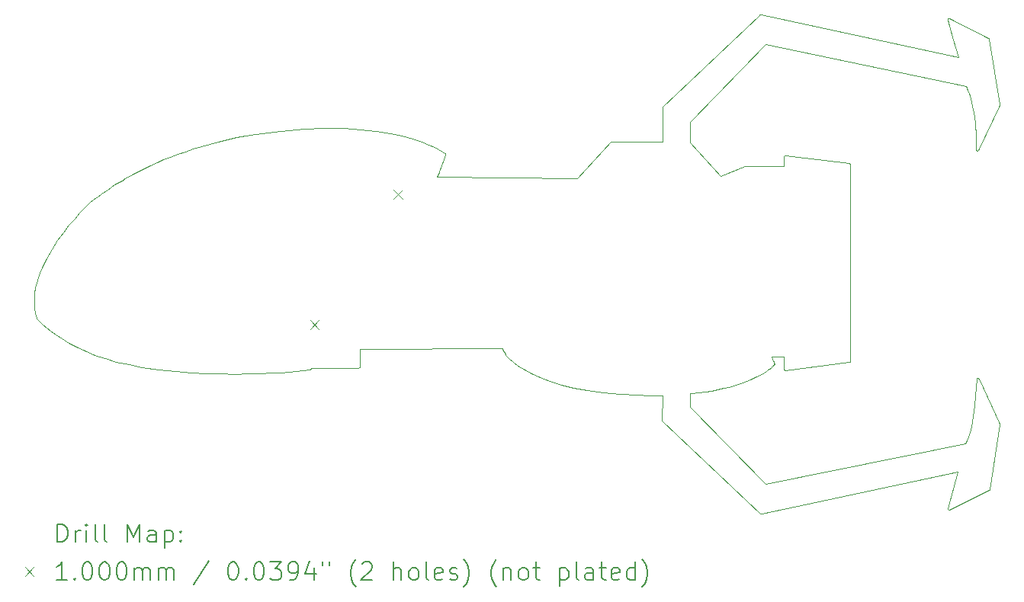
<source format=gbr>
%TF.GenerationSoftware,KiCad,Pcbnew,9.0.0*%
%TF.CreationDate,2025-04-01T15:35:04-07:00*%
%TF.ProjectId,portal-gun,706f7274-616c-42d6-9775-6e2e6b696361,rev?*%
%TF.SameCoordinates,Original*%
%TF.FileFunction,Drillmap*%
%TF.FilePolarity,Positive*%
%FSLAX45Y45*%
G04 Gerber Fmt 4.5, Leading zero omitted, Abs format (unit mm)*
G04 Created by KiCad (PCBNEW 9.0.0) date 2025-04-01 15:35:04*
%MOMM*%
%LPD*%
G01*
G04 APERTURE LIST*
%ADD10C,0.025400*%
%ADD11C,0.200000*%
%ADD12C,0.100000*%
G04 APERTURE END LIST*
D10*
X18646783Y-5423129D02*
X20840818Y-5890799D01*
X20783082Y-5696035D01*
X20783079Y-5696017D01*
X20783072Y-5696000D01*
X20739666Y-5548016D01*
X20739650Y-5547932D01*
X20739619Y-5547853D01*
X20720860Y-5480588D01*
X20720617Y-5479202D01*
X20720510Y-5478891D01*
X20720524Y-5478669D01*
X20720430Y-5478136D01*
X20720683Y-5476047D01*
X20720812Y-5473945D01*
X20720980Y-5473599D01*
X20721027Y-5473216D01*
X20722060Y-5471384D01*
X20722983Y-5469491D01*
X20723271Y-5469235D01*
X20723461Y-5468900D01*
X20725118Y-5467601D01*
X20726694Y-5466207D01*
X20727058Y-5466081D01*
X20727361Y-5465844D01*
X20729389Y-5465278D01*
X20731379Y-5464592D01*
X20731763Y-5464616D01*
X20732134Y-5464512D01*
X20734223Y-5464766D01*
X20736325Y-5464894D01*
X20736832Y-5465082D01*
X20737053Y-5465109D01*
X20737340Y-5465271D01*
X20738659Y-5465760D01*
X21176825Y-5679366D01*
X21178945Y-5680671D01*
X21179692Y-5681515D01*
X21180602Y-5682180D01*
X21181318Y-5683353D01*
X21182229Y-5684382D01*
X21182596Y-5685448D01*
X21183183Y-5686410D01*
X21183807Y-5688820D01*
X21297731Y-6417271D01*
X21297873Y-6419757D01*
X21297579Y-6420970D01*
X21297528Y-6422218D01*
X21296709Y-6424568D01*
X21064480Y-6926269D01*
X21063567Y-6927821D01*
X21063464Y-6928065D01*
X21063368Y-6928159D01*
X21063217Y-6928415D01*
X21061550Y-6929951D01*
X21059935Y-6931544D01*
X21059733Y-6931625D01*
X21059573Y-6931773D01*
X21057445Y-6932554D01*
X21055343Y-6933407D01*
X21055126Y-6933406D01*
X21054922Y-6933481D01*
X21052656Y-6933388D01*
X21050388Y-6933372D01*
X21050188Y-6933287D01*
X21049971Y-6933278D01*
X21047912Y-6932325D01*
X21045824Y-6931443D01*
X21045671Y-6931288D01*
X21045474Y-6931197D01*
X21043937Y-6929530D01*
X21042345Y-6927914D01*
X21042263Y-6927713D01*
X21042116Y-6927553D01*
X21041334Y-6925425D01*
X21040481Y-6923323D01*
X21040454Y-6923028D01*
X21040408Y-6922901D01*
X21040419Y-6922637D01*
X21040255Y-6920843D01*
X21040750Y-6851327D01*
X21038475Y-6773884D01*
X21035866Y-6727240D01*
X21031951Y-6676270D01*
X21026493Y-6621802D01*
X21019252Y-6564617D01*
X21009991Y-6505510D01*
X20998473Y-6445254D01*
X20984465Y-6384646D01*
X20967713Y-6324384D01*
X20958280Y-6294778D01*
X20948059Y-6265500D01*
X20937048Y-6236729D01*
X20927716Y-6214506D01*
X18698770Y-5749553D01*
X17862648Y-6610617D01*
X17862137Y-6845000D01*
X18200000Y-7217500D01*
X18475000Y-7107500D01*
X18487500Y-7105000D01*
X18902500Y-7107500D01*
X18902942Y-7001759D01*
X18903186Y-6999281D01*
X18903479Y-6998575D01*
X18903570Y-6997815D01*
X18904419Y-6996304D01*
X18905082Y-6994703D01*
X18905623Y-6994162D01*
X18905998Y-6993495D01*
X18907361Y-6992425D01*
X18908586Y-6991199D01*
X18909293Y-6990906D01*
X18909895Y-6990434D01*
X18911563Y-6989966D01*
X18913165Y-6989303D01*
X18913930Y-6989303D01*
X18914666Y-6989096D01*
X18917155Y-6989149D01*
X19629175Y-7074592D01*
X19629878Y-7074747D01*
X19630150Y-7074747D01*
X19630459Y-7074875D01*
X19631606Y-7075129D01*
X19633122Y-7075981D01*
X19634727Y-7076647D01*
X19635263Y-7077185D01*
X19635926Y-7077557D01*
X19637000Y-7078924D01*
X19638228Y-7080154D01*
X19638518Y-7080856D01*
X19638987Y-7081454D01*
X19639457Y-7083128D01*
X19640120Y-7084734D01*
X19640235Y-7085903D01*
X19640325Y-7086225D01*
X19640292Y-7086496D01*
X19640362Y-7087212D01*
X19638582Y-9273114D01*
X19638519Y-9273755D01*
X19638550Y-9274005D01*
X19638462Y-9274328D01*
X19638336Y-9275591D01*
X19637688Y-9277154D01*
X19637241Y-9278785D01*
X19636746Y-9279422D01*
X19636436Y-9280168D01*
X19635239Y-9281363D01*
X19634202Y-9282699D01*
X19633501Y-9283099D01*
X19632929Y-9283669D01*
X19631367Y-9284315D01*
X19629897Y-9285152D01*
X19628660Y-9285434D01*
X19628350Y-9285562D01*
X19628097Y-9285561D01*
X19627469Y-9285704D01*
X18920789Y-9374707D01*
X18918300Y-9374774D01*
X18917527Y-9374562D01*
X18916724Y-9374562D01*
X18915157Y-9373913D01*
X18913521Y-9373465D01*
X18912888Y-9372973D01*
X18912146Y-9372666D01*
X18910947Y-9371466D01*
X18909607Y-9370426D01*
X18909210Y-9369729D01*
X18908642Y-9369162D01*
X18907993Y-9367595D01*
X18907153Y-9366121D01*
X18907053Y-9365325D01*
X18906746Y-9364584D01*
X18906502Y-9362106D01*
X18906502Y-9223525D01*
X18767688Y-9223782D01*
X18789980Y-9269028D01*
X18790425Y-9270211D01*
X18790849Y-9271331D01*
X18798445Y-9299470D01*
X18798515Y-9299888D01*
X18798588Y-9300057D01*
X18798595Y-9300367D01*
X18798855Y-9301925D01*
X18798655Y-9303462D01*
X18798686Y-9305011D01*
X18798340Y-9305897D01*
X18798217Y-9306839D01*
X18797445Y-9308182D01*
X18796880Y-9309626D01*
X18795901Y-9310868D01*
X18795747Y-9311136D01*
X18795602Y-9311248D01*
X18795339Y-9311581D01*
X18780149Y-9327382D01*
X18779769Y-9327707D01*
X18779430Y-9328073D01*
X18759123Y-9346122D01*
X18758786Y-9346367D01*
X18758484Y-9346653D01*
X18728528Y-9369954D01*
X18728268Y-9370119D01*
X18728034Y-9370320D01*
X18709163Y-9383585D01*
X18708981Y-9383688D01*
X18708817Y-9383820D01*
X18687204Y-9397973D01*
X18687019Y-9398070D01*
X18686852Y-9398195D01*
X18662387Y-9413094D01*
X18662200Y-9413184D01*
X18662031Y-9413303D01*
X18634604Y-9428805D01*
X18634416Y-9428888D01*
X18634245Y-9429000D01*
X18603746Y-9444964D01*
X18603557Y-9445040D01*
X18603384Y-9445146D01*
X18569703Y-9461430D01*
X18569515Y-9461500D01*
X18569341Y-9461599D01*
X18532368Y-9478061D01*
X18532180Y-9478123D01*
X18532006Y-9478215D01*
X18491631Y-9494713D01*
X18491446Y-9494769D01*
X18491271Y-9494854D01*
X18447384Y-9511247D01*
X18447201Y-9511296D01*
X18447027Y-9511375D01*
X18399518Y-9527520D01*
X18399336Y-9527562D01*
X18399164Y-9527634D01*
X18347923Y-9543390D01*
X18347744Y-9543427D01*
X18347574Y-9543492D01*
X18292491Y-9558717D01*
X18292316Y-9558747D01*
X18292148Y-9558807D01*
X18233113Y-9573359D01*
X18232941Y-9573384D01*
X18232775Y-9573437D01*
X18169678Y-9587174D01*
X18169510Y-9587193D01*
X18169347Y-9587241D01*
X18102078Y-9600021D01*
X18101914Y-9600036D01*
X18101754Y-9600079D01*
X18030204Y-9611760D01*
X18030043Y-9611770D01*
X18029887Y-9611807D01*
X17953945Y-9622248D01*
X17953789Y-9622254D01*
X17953636Y-9622287D01*
X17873192Y-9631345D01*
X17873097Y-9631346D01*
X17873004Y-9631365D01*
X17863395Y-9632302D01*
X17862056Y-9702877D01*
X17861364Y-9759052D01*
X17861403Y-9777146D01*
X17861523Y-9779092D01*
X18698916Y-10635877D01*
X20922057Y-10186294D01*
X20928962Y-10173504D01*
X20938005Y-10153991D01*
X20954975Y-10109204D01*
X20970129Y-10058631D01*
X20983563Y-10003500D01*
X20995345Y-9945177D01*
X21005563Y-9885010D01*
X21014315Y-9824322D01*
X21021692Y-9764500D01*
X21032777Y-9652406D01*
X21039635Y-9559455D01*
X21044106Y-9472430D01*
X21044266Y-9471369D01*
X21044254Y-9471041D01*
X21044356Y-9470768D01*
X21044477Y-9469968D01*
X21045310Y-9468216D01*
X21045989Y-9466399D01*
X21046367Y-9465994D01*
X21046605Y-9465493D01*
X21048045Y-9464194D01*
X21049368Y-9462775D01*
X21049873Y-9462544D01*
X21050284Y-9462173D01*
X21052111Y-9461524D01*
X21053877Y-9460719D01*
X21054431Y-9460700D01*
X21054954Y-9460514D01*
X21056891Y-9460614D01*
X21058829Y-9460546D01*
X21059349Y-9460740D01*
X21059902Y-9460769D01*
X21061654Y-9461602D01*
X21063471Y-9462281D01*
X21063877Y-9462659D01*
X21064377Y-9462897D01*
X21065677Y-9464338D01*
X21067095Y-9465660D01*
X21067502Y-9466360D01*
X21067697Y-9466576D01*
X21067807Y-9466886D01*
X21068345Y-9467813D01*
X21297972Y-9971568D01*
X21298777Y-9973924D01*
X21298818Y-9975089D01*
X21299100Y-9976219D01*
X21298977Y-9978706D01*
X21192174Y-10696066D01*
X21191568Y-10698481D01*
X21190976Y-10699468D01*
X21190605Y-10700557D01*
X21189713Y-10701572D01*
X21189018Y-10702730D01*
X21188093Y-10703415D01*
X21187334Y-10704279D01*
X21185218Y-10705592D01*
X20743766Y-10922758D01*
X20742462Y-10923247D01*
X20742175Y-10923411D01*
X20741952Y-10923439D01*
X20741435Y-10923633D01*
X20739341Y-10923768D01*
X20737259Y-10924030D01*
X20736881Y-10923927D01*
X20736490Y-10923952D01*
X20734505Y-10923276D01*
X20732480Y-10922722D01*
X20732170Y-10922481D01*
X20731799Y-10922355D01*
X20730222Y-10920969D01*
X20728565Y-10919683D01*
X20728371Y-10919343D01*
X20728076Y-10919084D01*
X20727150Y-10917200D01*
X20726111Y-10915378D01*
X20726062Y-10914989D01*
X20725889Y-10914637D01*
X20725754Y-10912544D01*
X20725491Y-10910462D01*
X20725584Y-10909918D01*
X20725570Y-10909692D01*
X20725676Y-10909380D01*
X20725911Y-10908008D01*
X20837868Y-10499196D01*
X18654619Y-10970058D01*
X18652145Y-10970342D01*
X18650998Y-10970133D01*
X18649832Y-10970167D01*
X18648584Y-10969693D01*
X18647270Y-10969454D01*
X18646291Y-10968821D01*
X18645200Y-10968407D01*
X18643230Y-10966885D01*
X17557399Y-9943356D01*
X17555764Y-9941479D01*
X17555619Y-9941156D01*
X17555375Y-9940899D01*
X17554608Y-9938906D01*
X17553733Y-9936959D01*
X17553723Y-9936605D01*
X17553596Y-9936274D01*
X17553415Y-9933791D01*
X17560648Y-9649951D01*
X17503004Y-9650995D01*
X17502890Y-9650986D01*
X17502776Y-9650997D01*
X17398172Y-9651015D01*
X17398043Y-9651003D01*
X17397914Y-9651013D01*
X17288148Y-9648798D01*
X17287957Y-9648775D01*
X17287764Y-9648784D01*
X17082650Y-9638428D01*
X17082378Y-9638387D01*
X17082103Y-9638389D01*
X16894709Y-9620798D01*
X16894422Y-9620742D01*
X16894129Y-9620730D01*
X16723836Y-9596800D01*
X16723533Y-9596727D01*
X16723221Y-9596699D01*
X16569411Y-9567325D01*
X16569090Y-9567231D01*
X16568760Y-9567183D01*
X16430813Y-9533261D01*
X16430477Y-9533142D01*
X16430127Y-9533072D01*
X16307423Y-9495497D01*
X16307071Y-9495350D01*
X16306701Y-9495252D01*
X16198622Y-9454919D01*
X16198253Y-9454738D01*
X16197865Y-9454608D01*
X16103791Y-9412413D01*
X16103407Y-9412193D01*
X16102998Y-9412024D01*
X16022311Y-9368861D01*
X16021911Y-9368594D01*
X16021481Y-9368376D01*
X15953561Y-9325142D01*
X15953145Y-9324815D01*
X15952694Y-9324537D01*
X15896921Y-9282127D01*
X15896486Y-9281722D01*
X15896011Y-9281365D01*
X15851768Y-9240673D01*
X15851310Y-9240161D01*
X15850809Y-9239691D01*
X15817475Y-9201613D01*
X15816991Y-9200936D01*
X15816464Y-9200292D01*
X15793421Y-9165723D01*
X15793377Y-9165641D01*
X15793345Y-9165608D01*
X15792803Y-9164565D01*
X15792249Y-9163527D01*
X15792241Y-9163482D01*
X15792197Y-9163399D01*
X15779449Y-9131549D01*
X14196634Y-9138536D01*
X14196634Y-9332447D01*
X14196411Y-9334718D01*
X14196412Y-9334816D01*
X14196398Y-9334851D01*
X14196390Y-9334925D01*
X14195466Y-9337158D01*
X14194555Y-9339411D01*
X14194516Y-9339451D01*
X14194494Y-9339503D01*
X14192785Y-9341213D01*
X14191082Y-9342945D01*
X14191030Y-9342967D01*
X14190990Y-9343007D01*
X14188755Y-9343933D01*
X14186521Y-9344881D01*
X14186446Y-9344889D01*
X14186412Y-9344903D01*
X14186315Y-9344903D01*
X14184045Y-9345147D01*
X13656648Y-9349747D01*
X13644227Y-9363304D01*
X13643265Y-9364167D01*
X13643057Y-9364429D01*
X13642840Y-9364548D01*
X13642374Y-9364966D01*
X13640515Y-9365833D01*
X13638719Y-9366826D01*
X13638108Y-9366956D01*
X13637883Y-9367061D01*
X13637548Y-9367076D01*
X13636285Y-9367345D01*
X13489172Y-9383917D01*
X13488966Y-9383920D01*
X13488764Y-9383956D01*
X13316515Y-9397746D01*
X13316376Y-9397743D01*
X13316239Y-9397765D01*
X13208837Y-9404016D01*
X13208735Y-9404012D01*
X13208632Y-9404026D01*
X13088339Y-9409079D01*
X13088230Y-9409073D01*
X13088121Y-9409086D01*
X12955906Y-9412364D01*
X12955789Y-9412355D01*
X12955673Y-9412367D01*
X12812508Y-9413292D01*
X12812384Y-9413281D01*
X12812259Y-9413291D01*
X12659113Y-9411287D01*
X12658981Y-9411272D01*
X12658848Y-9411280D01*
X12496691Y-9405769D01*
X12496550Y-9405750D01*
X12496407Y-9405756D01*
X12326210Y-9396161D01*
X12326059Y-9396137D01*
X12325906Y-9396140D01*
X12148639Y-9381884D01*
X12148478Y-9381855D01*
X12148314Y-9381854D01*
X11964946Y-9362361D01*
X11964774Y-9362325D01*
X11964599Y-9362319D01*
X11776101Y-9337011D01*
X11775843Y-9336950D01*
X11775580Y-9336930D01*
X11628568Y-9310946D01*
X11628232Y-9310852D01*
X11627888Y-9310807D01*
X11491622Y-9278960D01*
X11491295Y-9278848D01*
X11490955Y-9278785D01*
X11365261Y-9242113D01*
X11364945Y-9241986D01*
X11364613Y-9241905D01*
X11249317Y-9201451D01*
X11249014Y-9201310D01*
X11248693Y-9201214D01*
X11143621Y-9158016D01*
X11143332Y-9157863D01*
X11143025Y-9157753D01*
X11048003Y-9112853D01*
X11047731Y-9112690D01*
X11047437Y-9112569D01*
X10962291Y-9067007D01*
X10962036Y-9066836D01*
X10961758Y-9066705D01*
X10886314Y-9021522D01*
X10886076Y-9021346D01*
X10885814Y-9021207D01*
X10819898Y-8977443D01*
X10819678Y-8977264D01*
X10819433Y-8977120D01*
X10762870Y-8935815D01*
X10762579Y-8935555D01*
X10762256Y-8935337D01*
X10676495Y-8864269D01*
X10676081Y-8863850D01*
X10675625Y-8863477D01*
X10608688Y-8796634D01*
X10607107Y-8794711D01*
X10606779Y-8793921D01*
X10606260Y-8793242D01*
X10605388Y-8790910D01*
X10591093Y-8737132D01*
X10590995Y-8736531D01*
X10590837Y-8735944D01*
X10581831Y-8681538D01*
X10581793Y-8680963D01*
X10581694Y-8680395D01*
X10577659Y-8625516D01*
X10577673Y-8624978D01*
X10577626Y-8624442D01*
X10577629Y-8624189D01*
X10578245Y-8569241D01*
X10578300Y-8568747D01*
X10578295Y-8568251D01*
X10583252Y-8512882D01*
X10583336Y-8512436D01*
X10583365Y-8511983D01*
X10592342Y-8456599D01*
X10592448Y-8456199D01*
X10592500Y-8455790D01*
X10605180Y-8400544D01*
X10605299Y-8400189D01*
X10605368Y-8399822D01*
X10621435Y-8344867D01*
X10621561Y-8344553D01*
X10621641Y-8344224D01*
X10640776Y-8289714D01*
X10640906Y-8289437D01*
X10640992Y-8289144D01*
X10662880Y-8235231D01*
X10663066Y-8234876D01*
X10663204Y-8234499D01*
X10713967Y-8129079D01*
X10714203Y-8128691D01*
X10714389Y-8128276D01*
X10772355Y-8027083D01*
X10772573Y-8026776D01*
X10772747Y-8026443D01*
X10835380Y-7930702D01*
X10835577Y-7930457D01*
X10835736Y-7930185D01*
X10900500Y-7841121D01*
X10900677Y-7840922D01*
X10900820Y-7840699D01*
X10965178Y-7759536D01*
X10965335Y-7759373D01*
X10965465Y-7759187D01*
X11026880Y-7687150D01*
X11027021Y-7687015D01*
X11027137Y-7686859D01*
X11083073Y-7625173D01*
X11083294Y-7624973D01*
X11083482Y-7624743D01*
X11201713Y-7506007D01*
X11202197Y-7505608D01*
X11202640Y-7505164D01*
X11233294Y-7479922D01*
X11233454Y-7479814D01*
X11233595Y-7479682D01*
X11271573Y-7450294D01*
X11271716Y-7450204D01*
X11271843Y-7450091D01*
X11324620Y-7411450D01*
X11324775Y-7411359D01*
X11324912Y-7411242D01*
X11392263Y-7364792D01*
X11392429Y-7364700D01*
X11392578Y-7364582D01*
X11474276Y-7311766D01*
X11474455Y-7311674D01*
X11474616Y-7311553D01*
X11570435Y-7253816D01*
X11570627Y-7253724D01*
X11570802Y-7253603D01*
X11680515Y-7192387D01*
X11680720Y-7192297D01*
X11680909Y-7192175D01*
X11804291Y-7128924D01*
X11804454Y-7128860D01*
X11804603Y-7128770D01*
X11871349Y-7096832D01*
X11871463Y-7096791D01*
X11871569Y-7096729D01*
X11941647Y-7064824D01*
X11941765Y-7064784D01*
X11941874Y-7064724D01*
X12015257Y-7033032D01*
X12015379Y-7032993D01*
X12015491Y-7032933D01*
X12092150Y-7001635D01*
X12092275Y-7001597D01*
X12092392Y-7001539D01*
X12172298Y-6970814D01*
X12172427Y-6970778D01*
X12172548Y-6970721D01*
X12255674Y-6940751D01*
X12255807Y-6940717D01*
X12255932Y-6940661D01*
X12342248Y-6911625D01*
X12342385Y-6911594D01*
X12342514Y-6911539D01*
X12431993Y-6883619D01*
X12432133Y-6883590D01*
X12432267Y-6883537D01*
X12524880Y-6856913D01*
X12525024Y-6856887D01*
X12525162Y-6856835D01*
X12620882Y-6831687D01*
X12621030Y-6831664D01*
X12621171Y-6831615D01*
X12719968Y-6808124D01*
X12720119Y-6808103D01*
X12720265Y-6808057D01*
X12822112Y-6786403D01*
X12822267Y-6786386D01*
X12822416Y-6786342D01*
X12927284Y-6766706D01*
X12927441Y-6766692D01*
X12927595Y-6766651D01*
X13035456Y-6749213D01*
X13035668Y-6749200D01*
X13035874Y-6749152D01*
X13313350Y-6713703D01*
X13313626Y-6713695D01*
X13313898Y-6713645D01*
X13568852Y-6692250D01*
X13569140Y-6692254D01*
X13569426Y-6692215D01*
X13802495Y-6683250D01*
X13802795Y-6683268D01*
X13803094Y-6683241D01*
X14014916Y-6685084D01*
X14015225Y-6685117D01*
X14015536Y-6685104D01*
X14206749Y-6696130D01*
X14207066Y-6696180D01*
X14207388Y-6696183D01*
X14378629Y-6714769D01*
X14378952Y-6714836D01*
X14379282Y-6714857D01*
X14531188Y-6739378D01*
X14531515Y-6739465D01*
X14531851Y-6739503D01*
X14665060Y-6768337D01*
X14665387Y-6768442D01*
X14665727Y-6768500D01*
X14780876Y-6800023D01*
X14781201Y-6800147D01*
X14781540Y-6800224D01*
X14879268Y-6832811D01*
X14879588Y-6832954D01*
X14879924Y-6833050D01*
X14960867Y-6865079D01*
X14961177Y-6865238D01*
X14961508Y-6865352D01*
X15026305Y-6895199D01*
X15026726Y-6895445D01*
X15027174Y-6895640D01*
X15110878Y-6942290D01*
X15111373Y-6942634D01*
X15111899Y-6942925D01*
X15138667Y-6961361D01*
X15140569Y-6962968D01*
X15140927Y-6963520D01*
X15141428Y-6963947D01*
X15142265Y-6965584D01*
X15143264Y-6967126D01*
X15143383Y-6967774D01*
X15143683Y-6968360D01*
X15143829Y-6970193D01*
X15144162Y-6972000D01*
X15144024Y-6972643D01*
X15144077Y-6973300D01*
X15143546Y-6975732D01*
X15127355Y-7025745D01*
X15127252Y-7025981D01*
X15127187Y-7026231D01*
X15074503Y-7168968D01*
X15074419Y-7169142D01*
X15074364Y-7169329D01*
X15052342Y-7223824D01*
X16607854Y-7237547D01*
X16980648Y-6834759D01*
X16982510Y-6833107D01*
X16982737Y-6833002D01*
X16982913Y-6832826D01*
X16984980Y-6831970D01*
X16987011Y-6831035D01*
X16987261Y-6831025D01*
X16987491Y-6830930D01*
X16989969Y-6830686D01*
X17560011Y-6830686D01*
X17556834Y-6456586D01*
X17557057Y-6454106D01*
X17557139Y-6453902D01*
X17557145Y-6453682D01*
X17558065Y-6451612D01*
X17558914Y-6449512D01*
X17559068Y-6449355D01*
X17559158Y-6449154D01*
X17560786Y-6447270D01*
X18635388Y-5426343D01*
X18637353Y-5424814D01*
X18638450Y-5424392D01*
X18639436Y-5423752D01*
X18640740Y-5423511D01*
X18641978Y-5423035D01*
X18643153Y-5423065D01*
X18644309Y-5422852D01*
X18646783Y-5423129D01*
D11*
D12*
X13642500Y-8817500D02*
X13742500Y-8917500D01*
X13742500Y-8817500D02*
X13642500Y-8917500D01*
X14572500Y-7367500D02*
X14672500Y-7467500D01*
X14672500Y-7367500D02*
X14572500Y-7467500D01*
D11*
X10837133Y-11283096D02*
X10837133Y-11083096D01*
X10837133Y-11083096D02*
X10884752Y-11083096D01*
X10884752Y-11083096D02*
X10913323Y-11092620D01*
X10913323Y-11092620D02*
X10932371Y-11111667D01*
X10932371Y-11111667D02*
X10941895Y-11130715D01*
X10941895Y-11130715D02*
X10951419Y-11168810D01*
X10951419Y-11168810D02*
X10951419Y-11197382D01*
X10951419Y-11197382D02*
X10941895Y-11235477D01*
X10941895Y-11235477D02*
X10932371Y-11254524D01*
X10932371Y-11254524D02*
X10913323Y-11273572D01*
X10913323Y-11273572D02*
X10884752Y-11283096D01*
X10884752Y-11283096D02*
X10837133Y-11283096D01*
X11037133Y-11283096D02*
X11037133Y-11149763D01*
X11037133Y-11187858D02*
X11046657Y-11168810D01*
X11046657Y-11168810D02*
X11056180Y-11159286D01*
X11056180Y-11159286D02*
X11075228Y-11149763D01*
X11075228Y-11149763D02*
X11094276Y-11149763D01*
X11160942Y-11283096D02*
X11160942Y-11149763D01*
X11160942Y-11083096D02*
X11151419Y-11092620D01*
X11151419Y-11092620D02*
X11160942Y-11102144D01*
X11160942Y-11102144D02*
X11170466Y-11092620D01*
X11170466Y-11092620D02*
X11160942Y-11083096D01*
X11160942Y-11083096D02*
X11160942Y-11102144D01*
X11284752Y-11283096D02*
X11265704Y-11273572D01*
X11265704Y-11273572D02*
X11256180Y-11254524D01*
X11256180Y-11254524D02*
X11256180Y-11083096D01*
X11389514Y-11283096D02*
X11370466Y-11273572D01*
X11370466Y-11273572D02*
X11360942Y-11254524D01*
X11360942Y-11254524D02*
X11360942Y-11083096D01*
X11618085Y-11283096D02*
X11618085Y-11083096D01*
X11618085Y-11083096D02*
X11684752Y-11225953D01*
X11684752Y-11225953D02*
X11751418Y-11083096D01*
X11751418Y-11083096D02*
X11751418Y-11283096D01*
X11932371Y-11283096D02*
X11932371Y-11178334D01*
X11932371Y-11178334D02*
X11922847Y-11159286D01*
X11922847Y-11159286D02*
X11903799Y-11149763D01*
X11903799Y-11149763D02*
X11865704Y-11149763D01*
X11865704Y-11149763D02*
X11846657Y-11159286D01*
X11932371Y-11273572D02*
X11913323Y-11283096D01*
X11913323Y-11283096D02*
X11865704Y-11283096D01*
X11865704Y-11283096D02*
X11846657Y-11273572D01*
X11846657Y-11273572D02*
X11837133Y-11254524D01*
X11837133Y-11254524D02*
X11837133Y-11235477D01*
X11837133Y-11235477D02*
X11846657Y-11216429D01*
X11846657Y-11216429D02*
X11865704Y-11206905D01*
X11865704Y-11206905D02*
X11913323Y-11206905D01*
X11913323Y-11206905D02*
X11932371Y-11197382D01*
X12027609Y-11149763D02*
X12027609Y-11349762D01*
X12027609Y-11159286D02*
X12046657Y-11149763D01*
X12046657Y-11149763D02*
X12084752Y-11149763D01*
X12084752Y-11149763D02*
X12103799Y-11159286D01*
X12103799Y-11159286D02*
X12113323Y-11168810D01*
X12113323Y-11168810D02*
X12122847Y-11187858D01*
X12122847Y-11187858D02*
X12122847Y-11245001D01*
X12122847Y-11245001D02*
X12113323Y-11264048D01*
X12113323Y-11264048D02*
X12103799Y-11273572D01*
X12103799Y-11273572D02*
X12084752Y-11283096D01*
X12084752Y-11283096D02*
X12046657Y-11283096D01*
X12046657Y-11283096D02*
X12027609Y-11273572D01*
X12208561Y-11264048D02*
X12218085Y-11273572D01*
X12218085Y-11273572D02*
X12208561Y-11283096D01*
X12208561Y-11283096D02*
X12199038Y-11273572D01*
X12199038Y-11273572D02*
X12208561Y-11264048D01*
X12208561Y-11264048D02*
X12208561Y-11283096D01*
X12208561Y-11159286D02*
X12218085Y-11168810D01*
X12218085Y-11168810D02*
X12208561Y-11178334D01*
X12208561Y-11178334D02*
X12199038Y-11168810D01*
X12199038Y-11168810D02*
X12208561Y-11159286D01*
X12208561Y-11159286D02*
X12208561Y-11178334D01*
D12*
X10476356Y-11561612D02*
X10576356Y-11661612D01*
X10576356Y-11561612D02*
X10476356Y-11661612D01*
D11*
X10941895Y-11703096D02*
X10827609Y-11703096D01*
X10884752Y-11703096D02*
X10884752Y-11503096D01*
X10884752Y-11503096D02*
X10865704Y-11531667D01*
X10865704Y-11531667D02*
X10846657Y-11550715D01*
X10846657Y-11550715D02*
X10827609Y-11560239D01*
X11027609Y-11684048D02*
X11037133Y-11693572D01*
X11037133Y-11693572D02*
X11027609Y-11703096D01*
X11027609Y-11703096D02*
X11018085Y-11693572D01*
X11018085Y-11693572D02*
X11027609Y-11684048D01*
X11027609Y-11684048D02*
X11027609Y-11703096D01*
X11160942Y-11503096D02*
X11179990Y-11503096D01*
X11179990Y-11503096D02*
X11199038Y-11512620D01*
X11199038Y-11512620D02*
X11208561Y-11522143D01*
X11208561Y-11522143D02*
X11218085Y-11541191D01*
X11218085Y-11541191D02*
X11227609Y-11579286D01*
X11227609Y-11579286D02*
X11227609Y-11626905D01*
X11227609Y-11626905D02*
X11218085Y-11665001D01*
X11218085Y-11665001D02*
X11208561Y-11684048D01*
X11208561Y-11684048D02*
X11199038Y-11693572D01*
X11199038Y-11693572D02*
X11179990Y-11703096D01*
X11179990Y-11703096D02*
X11160942Y-11703096D01*
X11160942Y-11703096D02*
X11141895Y-11693572D01*
X11141895Y-11693572D02*
X11132371Y-11684048D01*
X11132371Y-11684048D02*
X11122847Y-11665001D01*
X11122847Y-11665001D02*
X11113323Y-11626905D01*
X11113323Y-11626905D02*
X11113323Y-11579286D01*
X11113323Y-11579286D02*
X11122847Y-11541191D01*
X11122847Y-11541191D02*
X11132371Y-11522143D01*
X11132371Y-11522143D02*
X11141895Y-11512620D01*
X11141895Y-11512620D02*
X11160942Y-11503096D01*
X11351418Y-11503096D02*
X11370466Y-11503096D01*
X11370466Y-11503096D02*
X11389514Y-11512620D01*
X11389514Y-11512620D02*
X11399038Y-11522143D01*
X11399038Y-11522143D02*
X11408561Y-11541191D01*
X11408561Y-11541191D02*
X11418085Y-11579286D01*
X11418085Y-11579286D02*
X11418085Y-11626905D01*
X11418085Y-11626905D02*
X11408561Y-11665001D01*
X11408561Y-11665001D02*
X11399038Y-11684048D01*
X11399038Y-11684048D02*
X11389514Y-11693572D01*
X11389514Y-11693572D02*
X11370466Y-11703096D01*
X11370466Y-11703096D02*
X11351418Y-11703096D01*
X11351418Y-11703096D02*
X11332371Y-11693572D01*
X11332371Y-11693572D02*
X11322847Y-11684048D01*
X11322847Y-11684048D02*
X11313323Y-11665001D01*
X11313323Y-11665001D02*
X11303799Y-11626905D01*
X11303799Y-11626905D02*
X11303799Y-11579286D01*
X11303799Y-11579286D02*
X11313323Y-11541191D01*
X11313323Y-11541191D02*
X11322847Y-11522143D01*
X11322847Y-11522143D02*
X11332371Y-11512620D01*
X11332371Y-11512620D02*
X11351418Y-11503096D01*
X11541895Y-11503096D02*
X11560942Y-11503096D01*
X11560942Y-11503096D02*
X11579990Y-11512620D01*
X11579990Y-11512620D02*
X11589514Y-11522143D01*
X11589514Y-11522143D02*
X11599038Y-11541191D01*
X11599038Y-11541191D02*
X11608561Y-11579286D01*
X11608561Y-11579286D02*
X11608561Y-11626905D01*
X11608561Y-11626905D02*
X11599038Y-11665001D01*
X11599038Y-11665001D02*
X11589514Y-11684048D01*
X11589514Y-11684048D02*
X11579990Y-11693572D01*
X11579990Y-11693572D02*
X11560942Y-11703096D01*
X11560942Y-11703096D02*
X11541895Y-11703096D01*
X11541895Y-11703096D02*
X11522847Y-11693572D01*
X11522847Y-11693572D02*
X11513323Y-11684048D01*
X11513323Y-11684048D02*
X11503799Y-11665001D01*
X11503799Y-11665001D02*
X11494276Y-11626905D01*
X11494276Y-11626905D02*
X11494276Y-11579286D01*
X11494276Y-11579286D02*
X11503799Y-11541191D01*
X11503799Y-11541191D02*
X11513323Y-11522143D01*
X11513323Y-11522143D02*
X11522847Y-11512620D01*
X11522847Y-11512620D02*
X11541895Y-11503096D01*
X11694276Y-11703096D02*
X11694276Y-11569762D01*
X11694276Y-11588810D02*
X11703799Y-11579286D01*
X11703799Y-11579286D02*
X11722847Y-11569762D01*
X11722847Y-11569762D02*
X11751419Y-11569762D01*
X11751419Y-11569762D02*
X11770466Y-11579286D01*
X11770466Y-11579286D02*
X11779990Y-11598334D01*
X11779990Y-11598334D02*
X11779990Y-11703096D01*
X11779990Y-11598334D02*
X11789514Y-11579286D01*
X11789514Y-11579286D02*
X11808561Y-11569762D01*
X11808561Y-11569762D02*
X11837133Y-11569762D01*
X11837133Y-11569762D02*
X11856180Y-11579286D01*
X11856180Y-11579286D02*
X11865704Y-11598334D01*
X11865704Y-11598334D02*
X11865704Y-11703096D01*
X11960942Y-11703096D02*
X11960942Y-11569762D01*
X11960942Y-11588810D02*
X11970466Y-11579286D01*
X11970466Y-11579286D02*
X11989514Y-11569762D01*
X11989514Y-11569762D02*
X12018085Y-11569762D01*
X12018085Y-11569762D02*
X12037133Y-11579286D01*
X12037133Y-11579286D02*
X12046657Y-11598334D01*
X12046657Y-11598334D02*
X12046657Y-11703096D01*
X12046657Y-11598334D02*
X12056180Y-11579286D01*
X12056180Y-11579286D02*
X12075228Y-11569762D01*
X12075228Y-11569762D02*
X12103799Y-11569762D01*
X12103799Y-11569762D02*
X12122847Y-11579286D01*
X12122847Y-11579286D02*
X12132371Y-11598334D01*
X12132371Y-11598334D02*
X12132371Y-11703096D01*
X12522847Y-11493572D02*
X12351419Y-11750715D01*
X12779990Y-11503096D02*
X12799038Y-11503096D01*
X12799038Y-11503096D02*
X12818085Y-11512620D01*
X12818085Y-11512620D02*
X12827609Y-11522143D01*
X12827609Y-11522143D02*
X12837133Y-11541191D01*
X12837133Y-11541191D02*
X12846657Y-11579286D01*
X12846657Y-11579286D02*
X12846657Y-11626905D01*
X12846657Y-11626905D02*
X12837133Y-11665001D01*
X12837133Y-11665001D02*
X12827609Y-11684048D01*
X12827609Y-11684048D02*
X12818085Y-11693572D01*
X12818085Y-11693572D02*
X12799038Y-11703096D01*
X12799038Y-11703096D02*
X12779990Y-11703096D01*
X12779990Y-11703096D02*
X12760942Y-11693572D01*
X12760942Y-11693572D02*
X12751419Y-11684048D01*
X12751419Y-11684048D02*
X12741895Y-11665001D01*
X12741895Y-11665001D02*
X12732371Y-11626905D01*
X12732371Y-11626905D02*
X12732371Y-11579286D01*
X12732371Y-11579286D02*
X12741895Y-11541191D01*
X12741895Y-11541191D02*
X12751419Y-11522143D01*
X12751419Y-11522143D02*
X12760942Y-11512620D01*
X12760942Y-11512620D02*
X12779990Y-11503096D01*
X12932371Y-11684048D02*
X12941895Y-11693572D01*
X12941895Y-11693572D02*
X12932371Y-11703096D01*
X12932371Y-11703096D02*
X12922847Y-11693572D01*
X12922847Y-11693572D02*
X12932371Y-11684048D01*
X12932371Y-11684048D02*
X12932371Y-11703096D01*
X13065704Y-11503096D02*
X13084752Y-11503096D01*
X13084752Y-11503096D02*
X13103800Y-11512620D01*
X13103800Y-11512620D02*
X13113323Y-11522143D01*
X13113323Y-11522143D02*
X13122847Y-11541191D01*
X13122847Y-11541191D02*
X13132371Y-11579286D01*
X13132371Y-11579286D02*
X13132371Y-11626905D01*
X13132371Y-11626905D02*
X13122847Y-11665001D01*
X13122847Y-11665001D02*
X13113323Y-11684048D01*
X13113323Y-11684048D02*
X13103800Y-11693572D01*
X13103800Y-11693572D02*
X13084752Y-11703096D01*
X13084752Y-11703096D02*
X13065704Y-11703096D01*
X13065704Y-11703096D02*
X13046657Y-11693572D01*
X13046657Y-11693572D02*
X13037133Y-11684048D01*
X13037133Y-11684048D02*
X13027609Y-11665001D01*
X13027609Y-11665001D02*
X13018085Y-11626905D01*
X13018085Y-11626905D02*
X13018085Y-11579286D01*
X13018085Y-11579286D02*
X13027609Y-11541191D01*
X13027609Y-11541191D02*
X13037133Y-11522143D01*
X13037133Y-11522143D02*
X13046657Y-11512620D01*
X13046657Y-11512620D02*
X13065704Y-11503096D01*
X13199038Y-11503096D02*
X13322847Y-11503096D01*
X13322847Y-11503096D02*
X13256181Y-11579286D01*
X13256181Y-11579286D02*
X13284752Y-11579286D01*
X13284752Y-11579286D02*
X13303800Y-11588810D01*
X13303800Y-11588810D02*
X13313323Y-11598334D01*
X13313323Y-11598334D02*
X13322847Y-11617382D01*
X13322847Y-11617382D02*
X13322847Y-11665001D01*
X13322847Y-11665001D02*
X13313323Y-11684048D01*
X13313323Y-11684048D02*
X13303800Y-11693572D01*
X13303800Y-11693572D02*
X13284752Y-11703096D01*
X13284752Y-11703096D02*
X13227609Y-11703096D01*
X13227609Y-11703096D02*
X13208562Y-11693572D01*
X13208562Y-11693572D02*
X13199038Y-11684048D01*
X13418085Y-11703096D02*
X13456181Y-11703096D01*
X13456181Y-11703096D02*
X13475228Y-11693572D01*
X13475228Y-11693572D02*
X13484752Y-11684048D01*
X13484752Y-11684048D02*
X13503800Y-11655477D01*
X13503800Y-11655477D02*
X13513323Y-11617382D01*
X13513323Y-11617382D02*
X13513323Y-11541191D01*
X13513323Y-11541191D02*
X13503800Y-11522143D01*
X13503800Y-11522143D02*
X13494276Y-11512620D01*
X13494276Y-11512620D02*
X13475228Y-11503096D01*
X13475228Y-11503096D02*
X13437133Y-11503096D01*
X13437133Y-11503096D02*
X13418085Y-11512620D01*
X13418085Y-11512620D02*
X13408562Y-11522143D01*
X13408562Y-11522143D02*
X13399038Y-11541191D01*
X13399038Y-11541191D02*
X13399038Y-11588810D01*
X13399038Y-11588810D02*
X13408562Y-11607858D01*
X13408562Y-11607858D02*
X13418085Y-11617382D01*
X13418085Y-11617382D02*
X13437133Y-11626905D01*
X13437133Y-11626905D02*
X13475228Y-11626905D01*
X13475228Y-11626905D02*
X13494276Y-11617382D01*
X13494276Y-11617382D02*
X13503800Y-11607858D01*
X13503800Y-11607858D02*
X13513323Y-11588810D01*
X13684752Y-11569762D02*
X13684752Y-11703096D01*
X13637133Y-11493572D02*
X13589514Y-11636429D01*
X13589514Y-11636429D02*
X13713323Y-11636429D01*
X13779990Y-11503096D02*
X13779990Y-11541191D01*
X13856181Y-11503096D02*
X13856181Y-11541191D01*
X14151419Y-11779286D02*
X14141895Y-11769762D01*
X14141895Y-11769762D02*
X14122847Y-11741191D01*
X14122847Y-11741191D02*
X14113324Y-11722143D01*
X14113324Y-11722143D02*
X14103800Y-11693572D01*
X14103800Y-11693572D02*
X14094276Y-11645953D01*
X14094276Y-11645953D02*
X14094276Y-11607858D01*
X14094276Y-11607858D02*
X14103800Y-11560239D01*
X14103800Y-11560239D02*
X14113324Y-11531667D01*
X14113324Y-11531667D02*
X14122847Y-11512620D01*
X14122847Y-11512620D02*
X14141895Y-11484048D01*
X14141895Y-11484048D02*
X14151419Y-11474524D01*
X14218085Y-11522143D02*
X14227609Y-11512620D01*
X14227609Y-11512620D02*
X14246657Y-11503096D01*
X14246657Y-11503096D02*
X14294276Y-11503096D01*
X14294276Y-11503096D02*
X14313324Y-11512620D01*
X14313324Y-11512620D02*
X14322847Y-11522143D01*
X14322847Y-11522143D02*
X14332371Y-11541191D01*
X14332371Y-11541191D02*
X14332371Y-11560239D01*
X14332371Y-11560239D02*
X14322847Y-11588810D01*
X14322847Y-11588810D02*
X14208562Y-11703096D01*
X14208562Y-11703096D02*
X14332371Y-11703096D01*
X14570466Y-11703096D02*
X14570466Y-11503096D01*
X14656181Y-11703096D02*
X14656181Y-11598334D01*
X14656181Y-11598334D02*
X14646657Y-11579286D01*
X14646657Y-11579286D02*
X14627609Y-11569762D01*
X14627609Y-11569762D02*
X14599038Y-11569762D01*
X14599038Y-11569762D02*
X14579990Y-11579286D01*
X14579990Y-11579286D02*
X14570466Y-11588810D01*
X14779990Y-11703096D02*
X14760943Y-11693572D01*
X14760943Y-11693572D02*
X14751419Y-11684048D01*
X14751419Y-11684048D02*
X14741895Y-11665001D01*
X14741895Y-11665001D02*
X14741895Y-11607858D01*
X14741895Y-11607858D02*
X14751419Y-11588810D01*
X14751419Y-11588810D02*
X14760943Y-11579286D01*
X14760943Y-11579286D02*
X14779990Y-11569762D01*
X14779990Y-11569762D02*
X14808562Y-11569762D01*
X14808562Y-11569762D02*
X14827609Y-11579286D01*
X14827609Y-11579286D02*
X14837133Y-11588810D01*
X14837133Y-11588810D02*
X14846657Y-11607858D01*
X14846657Y-11607858D02*
X14846657Y-11665001D01*
X14846657Y-11665001D02*
X14837133Y-11684048D01*
X14837133Y-11684048D02*
X14827609Y-11693572D01*
X14827609Y-11693572D02*
X14808562Y-11703096D01*
X14808562Y-11703096D02*
X14779990Y-11703096D01*
X14960943Y-11703096D02*
X14941895Y-11693572D01*
X14941895Y-11693572D02*
X14932371Y-11674524D01*
X14932371Y-11674524D02*
X14932371Y-11503096D01*
X15113324Y-11693572D02*
X15094276Y-11703096D01*
X15094276Y-11703096D02*
X15056181Y-11703096D01*
X15056181Y-11703096D02*
X15037133Y-11693572D01*
X15037133Y-11693572D02*
X15027609Y-11674524D01*
X15027609Y-11674524D02*
X15027609Y-11598334D01*
X15027609Y-11598334D02*
X15037133Y-11579286D01*
X15037133Y-11579286D02*
X15056181Y-11569762D01*
X15056181Y-11569762D02*
X15094276Y-11569762D01*
X15094276Y-11569762D02*
X15113324Y-11579286D01*
X15113324Y-11579286D02*
X15122847Y-11598334D01*
X15122847Y-11598334D02*
X15122847Y-11617382D01*
X15122847Y-11617382D02*
X15027609Y-11636429D01*
X15199038Y-11693572D02*
X15218086Y-11703096D01*
X15218086Y-11703096D02*
X15256181Y-11703096D01*
X15256181Y-11703096D02*
X15275228Y-11693572D01*
X15275228Y-11693572D02*
X15284752Y-11674524D01*
X15284752Y-11674524D02*
X15284752Y-11665001D01*
X15284752Y-11665001D02*
X15275228Y-11645953D01*
X15275228Y-11645953D02*
X15256181Y-11636429D01*
X15256181Y-11636429D02*
X15227609Y-11636429D01*
X15227609Y-11636429D02*
X15208562Y-11626905D01*
X15208562Y-11626905D02*
X15199038Y-11607858D01*
X15199038Y-11607858D02*
X15199038Y-11598334D01*
X15199038Y-11598334D02*
X15208562Y-11579286D01*
X15208562Y-11579286D02*
X15227609Y-11569762D01*
X15227609Y-11569762D02*
X15256181Y-11569762D01*
X15256181Y-11569762D02*
X15275228Y-11579286D01*
X15351419Y-11779286D02*
X15360943Y-11769762D01*
X15360943Y-11769762D02*
X15379990Y-11741191D01*
X15379990Y-11741191D02*
X15389514Y-11722143D01*
X15389514Y-11722143D02*
X15399038Y-11693572D01*
X15399038Y-11693572D02*
X15408562Y-11645953D01*
X15408562Y-11645953D02*
X15408562Y-11607858D01*
X15408562Y-11607858D02*
X15399038Y-11560239D01*
X15399038Y-11560239D02*
X15389514Y-11531667D01*
X15389514Y-11531667D02*
X15379990Y-11512620D01*
X15379990Y-11512620D02*
X15360943Y-11484048D01*
X15360943Y-11484048D02*
X15351419Y-11474524D01*
X15713324Y-11779286D02*
X15703800Y-11769762D01*
X15703800Y-11769762D02*
X15684752Y-11741191D01*
X15684752Y-11741191D02*
X15675228Y-11722143D01*
X15675228Y-11722143D02*
X15665705Y-11693572D01*
X15665705Y-11693572D02*
X15656181Y-11645953D01*
X15656181Y-11645953D02*
X15656181Y-11607858D01*
X15656181Y-11607858D02*
X15665705Y-11560239D01*
X15665705Y-11560239D02*
X15675228Y-11531667D01*
X15675228Y-11531667D02*
X15684752Y-11512620D01*
X15684752Y-11512620D02*
X15703800Y-11484048D01*
X15703800Y-11484048D02*
X15713324Y-11474524D01*
X15789514Y-11569762D02*
X15789514Y-11703096D01*
X15789514Y-11588810D02*
X15799038Y-11579286D01*
X15799038Y-11579286D02*
X15818086Y-11569762D01*
X15818086Y-11569762D02*
X15846657Y-11569762D01*
X15846657Y-11569762D02*
X15865705Y-11579286D01*
X15865705Y-11579286D02*
X15875228Y-11598334D01*
X15875228Y-11598334D02*
X15875228Y-11703096D01*
X15999038Y-11703096D02*
X15979990Y-11693572D01*
X15979990Y-11693572D02*
X15970467Y-11684048D01*
X15970467Y-11684048D02*
X15960943Y-11665001D01*
X15960943Y-11665001D02*
X15960943Y-11607858D01*
X15960943Y-11607858D02*
X15970467Y-11588810D01*
X15970467Y-11588810D02*
X15979990Y-11579286D01*
X15979990Y-11579286D02*
X15999038Y-11569762D01*
X15999038Y-11569762D02*
X16027609Y-11569762D01*
X16027609Y-11569762D02*
X16046657Y-11579286D01*
X16046657Y-11579286D02*
X16056181Y-11588810D01*
X16056181Y-11588810D02*
X16065705Y-11607858D01*
X16065705Y-11607858D02*
X16065705Y-11665001D01*
X16065705Y-11665001D02*
X16056181Y-11684048D01*
X16056181Y-11684048D02*
X16046657Y-11693572D01*
X16046657Y-11693572D02*
X16027609Y-11703096D01*
X16027609Y-11703096D02*
X15999038Y-11703096D01*
X16122848Y-11569762D02*
X16199038Y-11569762D01*
X16151419Y-11503096D02*
X16151419Y-11674524D01*
X16151419Y-11674524D02*
X16160943Y-11693572D01*
X16160943Y-11693572D02*
X16179990Y-11703096D01*
X16179990Y-11703096D02*
X16199038Y-11703096D01*
X16418086Y-11569762D02*
X16418086Y-11769762D01*
X16418086Y-11579286D02*
X16437133Y-11569762D01*
X16437133Y-11569762D02*
X16475229Y-11569762D01*
X16475229Y-11569762D02*
X16494276Y-11579286D01*
X16494276Y-11579286D02*
X16503800Y-11588810D01*
X16503800Y-11588810D02*
X16513324Y-11607858D01*
X16513324Y-11607858D02*
X16513324Y-11665001D01*
X16513324Y-11665001D02*
X16503800Y-11684048D01*
X16503800Y-11684048D02*
X16494276Y-11693572D01*
X16494276Y-11693572D02*
X16475229Y-11703096D01*
X16475229Y-11703096D02*
X16437133Y-11703096D01*
X16437133Y-11703096D02*
X16418086Y-11693572D01*
X16627609Y-11703096D02*
X16608562Y-11693572D01*
X16608562Y-11693572D02*
X16599038Y-11674524D01*
X16599038Y-11674524D02*
X16599038Y-11503096D01*
X16789514Y-11703096D02*
X16789514Y-11598334D01*
X16789514Y-11598334D02*
X16779991Y-11579286D01*
X16779991Y-11579286D02*
X16760943Y-11569762D01*
X16760943Y-11569762D02*
X16722848Y-11569762D01*
X16722848Y-11569762D02*
X16703800Y-11579286D01*
X16789514Y-11693572D02*
X16770467Y-11703096D01*
X16770467Y-11703096D02*
X16722848Y-11703096D01*
X16722848Y-11703096D02*
X16703800Y-11693572D01*
X16703800Y-11693572D02*
X16694276Y-11674524D01*
X16694276Y-11674524D02*
X16694276Y-11655477D01*
X16694276Y-11655477D02*
X16703800Y-11636429D01*
X16703800Y-11636429D02*
X16722848Y-11626905D01*
X16722848Y-11626905D02*
X16770467Y-11626905D01*
X16770467Y-11626905D02*
X16789514Y-11617382D01*
X16856181Y-11569762D02*
X16932371Y-11569762D01*
X16884752Y-11503096D02*
X16884752Y-11674524D01*
X16884752Y-11674524D02*
X16894276Y-11693572D01*
X16894276Y-11693572D02*
X16913324Y-11703096D01*
X16913324Y-11703096D02*
X16932371Y-11703096D01*
X17075229Y-11693572D02*
X17056181Y-11703096D01*
X17056181Y-11703096D02*
X17018086Y-11703096D01*
X17018086Y-11703096D02*
X16999038Y-11693572D01*
X16999038Y-11693572D02*
X16989514Y-11674524D01*
X16989514Y-11674524D02*
X16989514Y-11598334D01*
X16989514Y-11598334D02*
X16999038Y-11579286D01*
X16999038Y-11579286D02*
X17018086Y-11569762D01*
X17018086Y-11569762D02*
X17056181Y-11569762D01*
X17056181Y-11569762D02*
X17075229Y-11579286D01*
X17075229Y-11579286D02*
X17084752Y-11598334D01*
X17084752Y-11598334D02*
X17084752Y-11617382D01*
X17084752Y-11617382D02*
X16989514Y-11636429D01*
X17256181Y-11703096D02*
X17256181Y-11503096D01*
X17256181Y-11693572D02*
X17237133Y-11703096D01*
X17237133Y-11703096D02*
X17199038Y-11703096D01*
X17199038Y-11703096D02*
X17179991Y-11693572D01*
X17179991Y-11693572D02*
X17170467Y-11684048D01*
X17170467Y-11684048D02*
X17160943Y-11665001D01*
X17160943Y-11665001D02*
X17160943Y-11607858D01*
X17160943Y-11607858D02*
X17170467Y-11588810D01*
X17170467Y-11588810D02*
X17179991Y-11579286D01*
X17179991Y-11579286D02*
X17199038Y-11569762D01*
X17199038Y-11569762D02*
X17237133Y-11569762D01*
X17237133Y-11569762D02*
X17256181Y-11579286D01*
X17332372Y-11779286D02*
X17341895Y-11769762D01*
X17341895Y-11769762D02*
X17360943Y-11741191D01*
X17360943Y-11741191D02*
X17370467Y-11722143D01*
X17370467Y-11722143D02*
X17379991Y-11693572D01*
X17379991Y-11693572D02*
X17389514Y-11645953D01*
X17389514Y-11645953D02*
X17389514Y-11607858D01*
X17389514Y-11607858D02*
X17379991Y-11560239D01*
X17379991Y-11560239D02*
X17370467Y-11531667D01*
X17370467Y-11531667D02*
X17360943Y-11512620D01*
X17360943Y-11512620D02*
X17341895Y-11484048D01*
X17341895Y-11484048D02*
X17332372Y-11474524D01*
M02*

</source>
